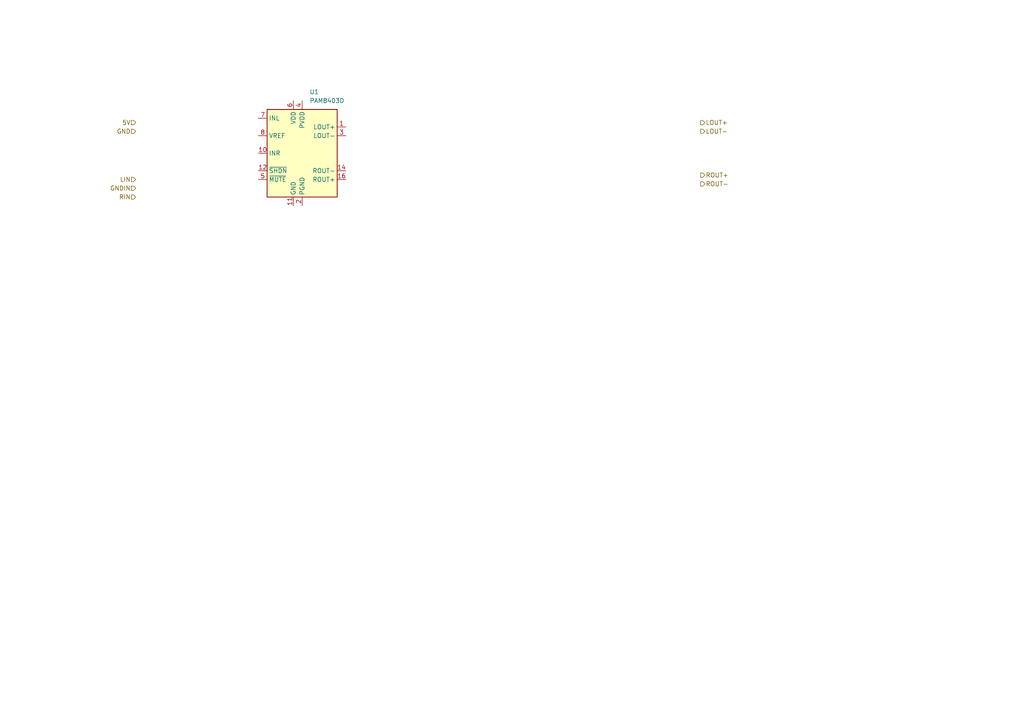
<source format=kicad_sch>
(kicad_sch (version 20250114) (generator "eeschema") (generator_version "9.0")
  (paper "A4")
  (lib_symbols
    (symbol "Amplifier_Audio:PAM8403D"
      (property "Reference" "U" (at 1.27 16.51 0))
      (property "Value" "PAM8403D" (at 6.096 14.224 0))
      (symbol "PAM8403D_0_1"
        (rectangle (start -10.16 12.7) (end 10.16 -12.7) (stroke (width 0.254)) (fill (type background)))
      )
      (symbol "PAM8403D_1_1"
        (pin input line (at -12.7 10.16 0) (length 2.54) (name "INL") (number "7"))
        (pin input line (at -12.7 5.08 0) (length 2.54) (name "VREF") (number "8"))
        (pin input line (at -12.7 0 0) (length 2.54) (name "INR") (number "10"))
        (pin input line (at -12.7 -5.08 0) (length 2.54) (name "~{SHDN}") (number "12"))
        (pin input line (at -12.7 -7.62 0) (length 2.54) (name "~{MUTE}") (number "5"))
        (pin power_in line (at -2.54 15.24 270) (length 2.54) (name "VDD") (number "6"))
        (pin power_in line (at -2.54 -15.24 90) (length 2.54) (name "GND") (number "11"))
        (pin passive line (at 0 15.24 270) (length 2.54) (hide yes) (name "PVDD") (number "13"))
        (pin power_in line (at 0 15.24 270) (length 2.54) (name "PVDD") (number "4"))
        (pin passive line (at 0 -15.24 90) (length 2.54) (hide yes) (name "PGND") (number "15"))
        (pin power_in line (at 0 -15.24 90) (length 2.54) (name "PGND") (number "2"))
        (pin no_connect line (at 10.16 -10.16 180) (length 2.54) (hide yes) (name "NC") (number "9"))
        (pin output line (at 12.7 7.62 180) (length 2.54) (name "LOUT+") (number "1"))
        (pin output line (at 12.7 5.08 180) (length 2.54) (name "LOUT-") (number "3"))
        (pin output line (at 12.7 -5.08 180) (length 2.54) (name "ROUT-") (number "14"))
        (pin output line (at 12.7 -7.62 180) (length 2.54) (name "ROUT+") (number "16"))
      )
    )
  )
  (hierarchical_label "LOUT-" (shape output) (at 203.2 38.1 0))
  (hierarchical_label "RIN" (shape input) (at 39.37 57.15 180))
  (hierarchical_label "ROUT+" (shape output) (at 203.2 50.8 0))
  (hierarchical_label "LOUT+" (shape output) (at 203.2 35.56 0))
  (hierarchical_label "GNDIN" (shape input) (at 39.37 54.61 180))
  (hierarchical_label "ROUT-" (shape output) (at 203.2 53.34 0))
  (hierarchical_label "GND" (shape input) (at 39.37 38.1 180))
  (hierarchical_label "5V" (shape input) (at 39.37 35.56 180))
  (hierarchical_label "LIN" (shape input) (at 39.37 52.07 180))
  (symbol (lib_id "Amplifier_Audio:PAM8403D") (at 87.63 44.45 0) (unit 1)
    (property "Reference" "U1" (at 89.7733 26.67 0) (effects (justify left)))
    (property "Value" "PAM8403D" (at 89.7733 29.21 0) (effects (justify left)))
    (property "Footprint" "Package_SO:SOP-16_3.9x9.9mm_P1.27mm" (effects (hide yes)))
    (property "Datasheet" "https://www.diodes.com/assets/Datasheets/products_inactive_data/PAM8403.pdf" (effects (hide yes)))
    (property "Description" "3W Filterless Class-D Stereo Audio Amplifier, SOP-16" (effects (hide yes)))
  )
)
</source>
